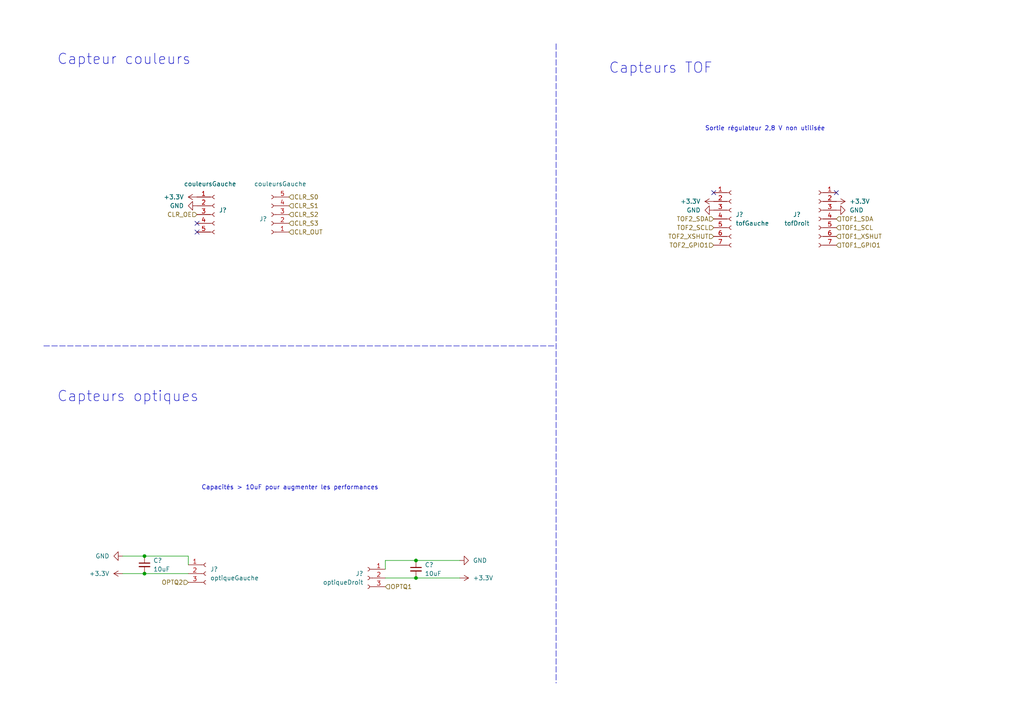
<source format=kicad_sch>
(kicad_sch (version 20211123) (generator eeschema)
  (paper "A4")
  (lib_symbols
    (symbol "Connector:Conn_01x03_Female" (pin_names (offset 1.016) hide)
      (property "Reference" "J" (at 0 5.08 0))
      (property "Value" "Conn_01x03_Female" (at 0 -5.08 0))
      (symbol "Conn_01x03_Female_1_1"
        (arc (start 0 -2.032) (mid -0.508 -2.54) (end 0 -3.048) (stroke (width 0.1524)))
        (polyline (pts (xy -1.27 -2.54) (xy -0.508 -2.54)) (stroke (width 0.1524)))
        (polyline (pts (xy -1.27 0) (xy -0.508 0)) (stroke (width 0.1524)))
        (polyline (pts (xy -1.27 2.54) (xy -0.508 2.54)) (stroke (width 0.1524)))
        (arc (start 0 0.508) (mid -0.508 0) (end 0 -0.508) (stroke (width 0.1524)))
        (arc (start 0 3.048) (mid -0.508 2.54) (end 0 2.032) (stroke (width 0.1524)))
        (pin passive line (at -5.08 2.54 0) (length 3.81) (name "Pin_1") (number "1"))
        (pin passive line (at -5.08 0 0) (length 3.81) (name "Pin_2") (number "2"))
        (pin passive line (at -5.08 -2.54 0) (length 3.81) (name "Pin_3") (number "3"))
      )
    )
    (symbol "Connector:Conn_01x05_Female" (pin_names (offset 1.016) hide)
      (property "Reference" "J" (at 0 7.62 0))
      (property "Value" "Conn_01x05_Female" (at 0 -7.62 0))
      (symbol "Conn_01x05_Female_1_1"
        (arc (start 0 -4.572) (mid -0.508 -5.08) (end 0 -5.588) (stroke (width 0.1524)))
        (arc (start 0 -2.032) (mid -0.508 -2.54) (end 0 -3.048) (stroke (width 0.1524)))
        (polyline (pts (xy -1.27 -5.08) (xy -0.508 -5.08)) (stroke (width 0.1524)))
        (polyline (pts (xy -1.27 -2.54) (xy -0.508 -2.54)) (stroke (width 0.1524)))
        (polyline (pts (xy -1.27 0) (xy -0.508 0)) (stroke (width 0.1524)))
        (polyline (pts (xy -1.27 2.54) (xy -0.508 2.54)) (stroke (width 0.1524)))
        (polyline (pts (xy -1.27 5.08) (xy -0.508 5.08)) (stroke (width 0.1524)))
        (arc (start 0 0.508) (mid -0.508 0) (end 0 -0.508) (stroke (width 0.1524)))
        (arc (start 0 3.048) (mid -0.508 2.54) (end 0 2.032) (stroke (width 0.1524)))
        (arc (start 0 5.588) (mid -0.508 5.08) (end 0 4.572) (stroke (width 0.1524)))
        (pin passive line (at -5.08 5.08 0) (length 3.81) (name "Pin_1") (number "1"))
        (pin passive line (at -5.08 2.54 0) (length 3.81) (name "Pin_2") (number "2"))
        (pin passive line (at -5.08 0 0) (length 3.81) (name "Pin_3") (number "3"))
        (pin passive line (at -5.08 -2.54 0) (length 3.81) (name "Pin_4") (number "4"))
        (pin passive line (at -5.08 -5.08 0) (length 3.81) (name "Pin_5") (number "5"))
      )
    )
    (symbol "Connector:Conn_01x07_Female" (pin_names (offset 1.016) hide)
      (property "Reference" "J" (at 0 10.16 0))
      (property "Value" "Conn_01x07_Female" (at 0 -10.16 0))
      (symbol "Conn_01x07_Female_1_1"
        (arc (start 0 -7.112) (mid -0.508 -7.62) (end 0 -8.128) (stroke (width 0.1524)))
        (arc (start 0 -4.572) (mid -0.508 -5.08) (end 0 -5.588) (stroke (width 0.1524)))
        (arc (start 0 -2.032) (mid -0.508 -2.54) (end 0 -3.048) (stroke (width 0.1524)))
        (polyline (pts (xy -1.27 -7.62) (xy -0.508 -7.62)) (stroke (width 0.1524)))
        (polyline (pts (xy -1.27 -5.08) (xy -0.508 -5.08)) (stroke (width 0.1524)))
        (polyline (pts (xy -1.27 -2.54) (xy -0.508 -2.54)) (stroke (width 0.1524)))
        (polyline (pts (xy -1.27 0) (xy -0.508 0)) (stroke (width 0.1524)))
        (polyline (pts (xy -1.27 2.54) (xy -0.508 2.54)) (stroke (width 0.1524)))
        (polyline (pts (xy -1.27 5.08) (xy -0.508 5.08)) (stroke (width 0.1524)))
        (polyline (pts (xy -1.27 7.62) (xy -0.508 7.62)) (stroke (width 0.1524)))
        (arc (start 0 0.508) (mid -0.508 0) (end 0 -0.508) (stroke (width 0.1524)))
        (arc (start 0 3.048) (mid -0.508 2.54) (end 0 2.032) (stroke (width 0.1524)))
        (arc (start 0 5.588) (mid -0.508 5.08) (end 0 4.572) (stroke (width 0.1524)))
        (arc (start 0 8.128) (mid -0.508 7.62) (end 0 7.112) (stroke (width 0.1524)))
        (pin passive line (at -5.08 7.62 0) (length 3.81) (name "Pin_1") (number "1"))
        (pin passive line (at -5.08 5.08 0) (length 3.81) (name "Pin_2") (number "2"))
        (pin passive line (at -5.08 2.54 0) (length 3.81) (name "Pin_3") (number "3"))
        (pin passive line (at -5.08 0 0) (length 3.81) (name "Pin_4") (number "4"))
        (pin passive line (at -5.08 -2.54 0) (length 3.81) (name "Pin_5") (number "5"))
        (pin passive line (at -5.08 -5.08 0) (length 3.81) (name "Pin_6") (number "6"))
        (pin passive line (at -5.08 -7.62 0) (length 3.81) (name "Pin_7") (number "7"))
      )
    )
    (symbol "Device:C_Small" (pin_numbers hide) (pin_names (offset 0.254) hide)
      (property "Reference" "C" (at 0.254 1.778 0))
      (property "Value" "C_Small" (at 0.254 -2.032 0))
      (symbol "C_Small_0_1"
        (polyline (pts (xy -1.524 -0.508) (xy 1.524 -0.508)) (stroke (width 0.3302)))
        (polyline (pts (xy -1.524 0.508) (xy 1.524 0.508)) (stroke (width 0.3048)))
      )
      (symbol "C_Small_1_1"
        (pin passive line (at 0 2.54 270) (length 2.032) (name "~") (number "1"))
        (pin passive line (at 0 -2.54 90) (length 2.032) (name "~") (number "2"))
      )
    )
    (symbol "power:+3.3V" (power) (pin_names (offset 0))
      (property "Value" "+3.3V" (at 0 3.556 0))
      (symbol "+3.3V_0_1"
        (polyline (pts (xy -0.762 1.27) (xy 0 2.54)))
        (polyline (pts (xy 0 0) (xy 0 2.54)))
        (polyline (pts (xy 0 2.54) (xy 0.762 1.27)))
      )
      (symbol "+3.3V_1_1"
        (pin power_in line (at 0 0 90) (length 0) hide (name "+3.3V") (number "1"))
      )
    )
    (symbol "power:GND" (power) (pin_names (offset 0))
      (property "Value" "GND" (at 0 -3.81 0))
      (symbol "GND_0_1"
        (polyline (pts (xy 0 0) (xy 0 -1.27) (xy 1.27 -1.27) (xy 0 -2.54) (xy -1.27 -1.27) (xy 0 -1.27)))
      )
      (symbol "GND_1_1"
        (pin power_in line (at 0 0 270) (length 0) hide (name "GND") (number "1"))
      )
    )
  )
  (junction (at 41.91 166.37))
  (junction (at 41.91 161.29))
  (junction (at 120.65 162.56))
  (junction (at 120.65 167.64))
  (no_connect (at 57.15 64.77))
  (no_connect (at 207.01 55.88))
  (no_connect (at 242.57 55.88))
  (no_connect (at 57.15 67.31))
  (wire (pts (xy 54.61 161.29) (xy 41.91 161.29)))
  (wire (pts (xy 35.56 166.37) (xy 41.91 166.37)))
  (wire (pts (xy 111.76 167.64) (xy 120.65 167.64)))
  (wire (pts (xy 41.91 166.37) (xy 54.61 166.37)))
  (wire (pts (xy 120.65 167.64) (xy 133.35 167.64)))
  (wire (pts (xy 111.76 162.56) (xy 120.65 162.56)))
  (wire (pts (xy 35.56 161.29) (xy 41.91 161.29)))
  (polyline (pts (xy 12.7 100.33) (xy 161.29 100.33)))
  (wire (pts (xy 54.61 163.83) (xy 54.61 161.29)))
  (wire (pts (xy 120.65 162.56) (xy 133.35 162.56)))
  (polyline (pts (xy 161.29 12.7) (xy 161.29 198.12)))
  (wire (pts (xy 111.76 165.1) (xy 111.76 162.56)))
  (text "Sortie régulateur 2,8 V non utilisée" (at 204.47 38.1 0) (effects (font (size 1.27 1.27)) (justify left bottom)))
  (text "Capteur couleurs" (at 16.51 19.05 0) (effects (font (size 3 3)) (justify left bottom)))
  (text "Capteurs TOF\n" (at 176.53 21.59 0) (effects (font (size 3 3)) (justify left bottom)))
  (text "Capacités > 10uF pour augmenter les performances" (at 58.42 142.24 0) (effects (font (size 1.27 1.27)) (justify left bottom)))
  (text "Capteurs optiques" (at 16.51 116.84 0) (effects (font (size 3 3)) (justify left bottom)))
  (hierarchical_label "CLR_OUT" (shape input) (at 83.82 67.31 0))
  (hierarchical_label "OPTQ1" (shape input) (at 111.76 170.18 0))
  (hierarchical_label "TOF2_SCL" (shape input) (at 207.01 66.04 180))
  (hierarchical_label "TOF1_GPIO1" (shape input) (at 242.57 71.12 0))
  (hierarchical_label "CLR_S1" (shape input) (at 83.82 59.69 0))
  (hierarchical_label "TOF1_SCL" (shape input) (at 242.57 66.04 0))
  (hierarchical_label "TOF2_SDA" (shape input) (at 207.01 63.5 180))
  (hierarchical_label "CLR_S0" (shape input) (at 83.82 57.15 0))
  (hierarchical_label "TOF2_GPIO1" (shape input) (at 207.01 71.12 180))
  (hierarchical_label "TOF1_XSHUT" (shape input) (at 242.57 68.58 0))
  (hierarchical_label "CLR_S2" (shape input) (at 83.82 62.23 0))
  (hierarchical_label "CLR_S3" (shape input) (at 83.82 64.77 0))
  (hierarchical_label "TOF1_SDA" (shape input) (at 242.57 63.5 0))
  (hierarchical_label "TOF2_XSHUT" (shape input) (at 207.01 68.58 180))
  (hierarchical_label "CLR_OE" (shape input) (at 57.15 62.23 180))
  (hierarchical_label "OPTQ2" (shape input) (at 54.61 168.91 180))
  (symbol (lib_id "Connector:Conn_01x03_Female") (at 59.69 166.37 0) (unit 1)
    (property "Reference" "J?" (at 60.96 165.0999 0) (effects (justify left)))
    (property "Value" "optiqueGauche" (at 60.96 167.6399 0) (effects (justify left)))
    (property "Footprint" "Connector_JST:JST_XH_B3B-XH-A_1x03_P2.50mm_Vertical" (effects hide))
  )
  (symbol (lib_id "power:+3.3V") (at 57.15 57.15 90) (unit 1)
    (property "Reference" "#PWR?" (effects hide))
    (property "Value" "+3.3V" (at 53.34 57.1499 90) (effects (justify left)))
  )
  (symbol (lib_id "Connector:Conn_01x03_Female") (at 106.68 167.64 0) (mirror y) (unit 1)
    (property "Reference" "J?" (at 105.41 166.3699 0) (effects (justify left)))
    (property "Value" "optiqueDroit" (at 105.41 168.9099 0) (effects (justify left)))
    (property "Footprint" "Connector_JST:JST_XH_B3B-XH-A_1x03_P2.50mm_Vertical" (effects hide))
  )
  (symbol (lib_id "Connector:Conn_01x07_Female") (at 212.09 63.5 0) (unit 1)
    (property "Reference" "J?" (at 213.36 62.2299 0) (effects (justify left)))
    (property "Value" "tofGauche" (at 213.36 64.7699 0) (effects (justify left)))
    (property "Footprint" "Connector_JST:JST_XH_B7B-XH-A_1x07_P2.50mm_Vertical" (effects hide))
  )
  (symbol (lib_id "Device:C_Small") (at 41.91 163.83 0) (unit 1)
    (property "Reference" "C?" (at 44.45 162.5662 0) (effects (justify left)))
    (property "Value" "10uF" (at 44.45 165.1062 0) (effects (justify left)))
    (property "Footprint" "Capacitor_SMD:C_0603_1608Metric_Pad1.08x0.95mm_HandSolder" (effects hide))
  )
  (symbol (lib_id "Connector:Conn_01x05_Female") (at 62.23 62.23 0) (unit 1)
    (property "Reference" "J?" (at 63.5 60.9599 0) (effects (justify left)))
    (property "Value" "couleursGauche" (at 53.34 53.34 0) (effects (justify left)))
    (property "Footprint" "Connector_JST:JST_XH_B5B-XH-A_1x05_P2.50mm_Vertical" (effects hide))
  )
  (symbol (lib_id "power:+3.3V") (at 133.35 167.64 270) (mirror x) (unit 1)
    (property "Reference" "#PWR?" (effects hide))
    (property "Value" "+3.3V" (at 137.16 167.6399 90) (effects (justify left)))
  )
  (symbol (lib_id "power:GND") (at 242.57 60.96 90) (mirror x) (unit 1)
    (property "Reference" "#PWR?" (effects hide))
    (property "Value" "GND" (at 246.38 60.9599 90) (effects (justify right)))
  )
  (symbol (lib_id "power:GND") (at 207.01 60.96 270) (unit 1)
    (property "Reference" "#PWR?" (effects hide))
    (property "Value" "GND" (at 203.2 60.9599 90) (effects (justify right)))
  )
  (symbol (lib_id "Connector:Conn_01x05_Female") (at 78.74 62.23 180) (unit 1)
    (property "Reference" "J?" (at 77.47 63.5001 0) (effects (justify left)))
    (property "Value" "couleursGauche" (at 88.9 53.34 0) (effects (justify left)))
    (property "Footprint" "Connector_JST:JST_XH_B5B-XH-A_1x05_P2.50mm_Vertical" (effects hide))
  )
  (symbol (lib_id "power:GND") (at 57.15 59.69 270) (unit 1)
    (property "Reference" "#PWR?" (effects hide))
    (property "Value" "GND" (at 53.34 59.6899 90) (effects (justify right)))
  )
  (symbol (lib_id "power:GND") (at 133.35 162.56 90) (mirror x) (unit 1)
    (property "Reference" "#PWR?" (effects hide))
    (property "Value" "GND" (at 137.16 162.5599 90) (effects (justify right)))
  )
  (symbol (lib_id "Device:C_Small") (at 120.65 165.1 0) (unit 1)
    (property "Reference" "C?" (at 123.19 163.8362 0) (effects (justify left)))
    (property "Value" "10uF" (at 123.19 166.3762 0) (effects (justify left)))
    (property "Footprint" "Capacitor_SMD:C_0603_1608Metric_Pad1.08x0.95mm_HandSolder" (effects hide))
  )
  (symbol (lib_id "power:+3.3V") (at 207.01 58.42 90) (unit 1)
    (property "Reference" "#PWR?" (effects hide))
    (property "Value" "+3.3V" (at 203.2 58.4199 90) (effects (justify left)))
  )
  (symbol (lib_id "power:+3.3V") (at 242.57 58.42 270) (mirror x) (unit 1)
    (property "Reference" "#PWR?" (effects hide))
    (property "Value" "+3.3V" (at 246.38 58.4199 90) (effects (justify left)))
  )
  (symbol (lib_id "power:+3.3V") (at 35.56 166.37 90) (unit 1)
    (property "Reference" "#PWR?" (effects hide))
    (property "Value" "+3.3V" (at 31.75 166.3699 90) (effects (justify left)))
  )
  (symbol (lib_id "Connector:Conn_01x07_Female") (at 237.49 63.5 0) (mirror y) (unit 1)
    (property "Reference" "J?" (at 231.14 62.23 0))
    (property "Value" "tofDroit" (at 231.14 64.77 0))
    (property "Footprint" "Connector_JST:JST_XH_B7B-XH-A_1x07_P2.50mm_Vertical" (effects hide))
  )
  (symbol (lib_id "power:GND") (at 35.56 161.29 270) (unit 1)
    (property "Reference" "#PWR?" (effects hide))
    (property "Value" "GND" (at 31.75 161.2899 90) (effects (justify right)))
  )
)
</source>
